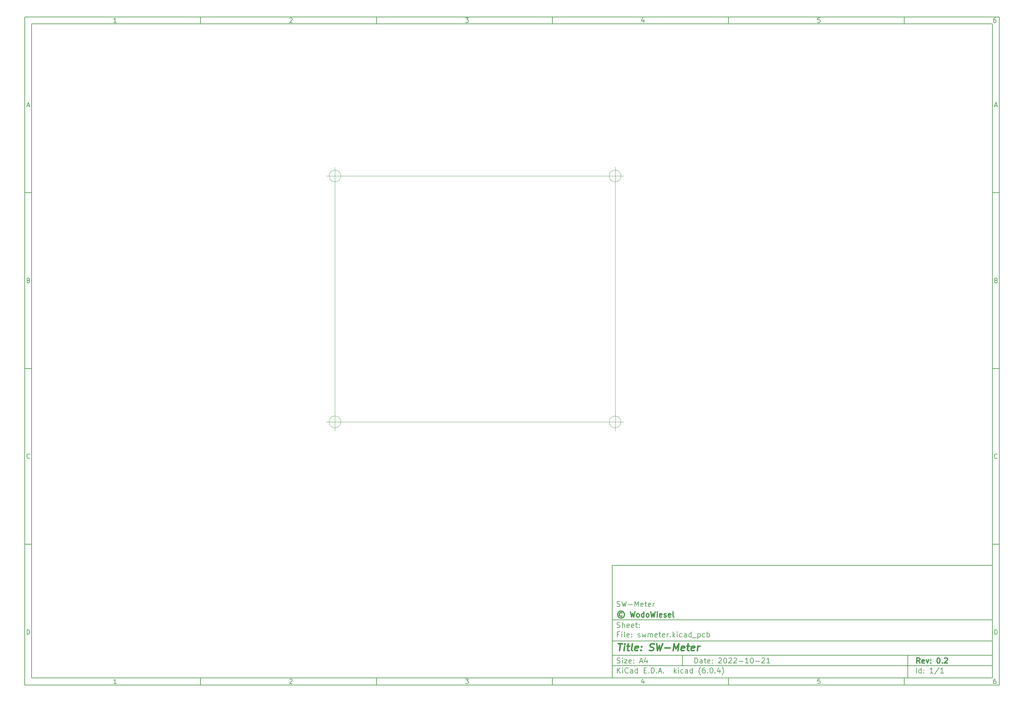
<source format=gbr>
%TF.GenerationSoftware,KiCad,Pcbnew,(6.0.4)*%
%TF.CreationDate,2022-11-07T20:32:36+01:00*%
%TF.ProjectId,swmeter,73776d65-7465-4722-9e6b-696361645f70,0.2*%
%TF.SameCoordinates,PX5d9f490PY775a330*%
%TF.FileFunction,Profile,NP*%
%FSLAX46Y46*%
G04 Gerber Fmt 4.6, Leading zero omitted, Abs format (unit mm)*
G04 Created by KiCad (PCBNEW (6.0.4)) date 2022-11-07 20:32:36*
%MOMM*%
%LPD*%
G01*
G04 APERTURE LIST*
%ADD10C,0.100000*%
%ADD11C,0.150000*%
%ADD12C,0.300000*%
%ADD13C,0.400000*%
%TA.AperFunction,Profile*%
%ADD14C,0.100000*%
%TD*%
G04 APERTURE END LIST*
D10*
D11*
X78832200Y-40857200D02*
X78832200Y-72857200D01*
X186832200Y-72857200D01*
X186832200Y-40857200D01*
X78832200Y-40857200D01*
D10*
D11*
X-88170000Y115150000D02*
X-88170000Y-74857200D01*
X188832200Y-74857200D01*
X188832200Y115150000D01*
X-88170000Y115150000D01*
D10*
D11*
X-86170000Y113150000D02*
X-86170000Y-72857200D01*
X186832200Y-72857200D01*
X186832200Y113150000D01*
X-86170000Y113150000D01*
D10*
D11*
X-38170000Y113150000D02*
X-38170000Y115150000D01*
D10*
D11*
X11830000Y113150000D02*
X11830000Y115150000D01*
D10*
D11*
X61830000Y113150000D02*
X61830000Y115150000D01*
D10*
D11*
X111830000Y113150000D02*
X111830000Y115150000D01*
D10*
D11*
X161830000Y113150000D02*
X161830000Y115150000D01*
D10*
D11*
X-62104524Y113561905D02*
X-62847381Y113561905D01*
X-62475953Y113561905D02*
X-62475953Y114861905D01*
X-62599762Y114676191D01*
X-62723572Y114552381D01*
X-62847381Y114490477D01*
D10*
D11*
X-12847381Y114738096D02*
X-12785477Y114800000D01*
X-12661667Y114861905D01*
X-12352143Y114861905D01*
X-12228334Y114800000D01*
X-12166429Y114738096D01*
X-12104524Y114614286D01*
X-12104524Y114490477D01*
X-12166429Y114304762D01*
X-12909286Y113561905D01*
X-12104524Y113561905D01*
D10*
D11*
X37090714Y114861905D02*
X37895476Y114861905D01*
X37462142Y114366667D01*
X37647857Y114366667D01*
X37771666Y114304762D01*
X37833571Y114242858D01*
X37895476Y114119048D01*
X37895476Y113809524D01*
X37833571Y113685715D01*
X37771666Y113623810D01*
X37647857Y113561905D01*
X37276428Y113561905D01*
X37152619Y113623810D01*
X37090714Y113685715D01*
D10*
D11*
X87771666Y114428572D02*
X87771666Y113561905D01*
X87462142Y114923810D02*
X87152619Y113995239D01*
X87957380Y113995239D01*
D10*
D11*
X137833571Y114861905D02*
X137214523Y114861905D01*
X137152619Y114242858D01*
X137214523Y114304762D01*
X137338333Y114366667D01*
X137647857Y114366667D01*
X137771666Y114304762D01*
X137833571Y114242858D01*
X137895476Y114119048D01*
X137895476Y113809524D01*
X137833571Y113685715D01*
X137771666Y113623810D01*
X137647857Y113561905D01*
X137338333Y113561905D01*
X137214523Y113623810D01*
X137152619Y113685715D01*
D10*
D11*
X187771666Y114861905D02*
X187524047Y114861905D01*
X187400238Y114800000D01*
X187338333Y114738096D01*
X187214523Y114552381D01*
X187152619Y114304762D01*
X187152619Y113809524D01*
X187214523Y113685715D01*
X187276428Y113623810D01*
X187400238Y113561905D01*
X187647857Y113561905D01*
X187771666Y113623810D01*
X187833571Y113685715D01*
X187895476Y113809524D01*
X187895476Y114119048D01*
X187833571Y114242858D01*
X187771666Y114304762D01*
X187647857Y114366667D01*
X187400238Y114366667D01*
X187276428Y114304762D01*
X187214523Y114242858D01*
X187152619Y114119048D01*
D10*
D11*
X-38170000Y-72857200D02*
X-38170000Y-74857200D01*
D10*
D11*
X11830000Y-72857200D02*
X11830000Y-74857200D01*
D10*
D11*
X61830000Y-72857200D02*
X61830000Y-74857200D01*
D10*
D11*
X111830000Y-72857200D02*
X111830000Y-74857200D01*
D10*
D11*
X161830000Y-72857200D02*
X161830000Y-74857200D01*
D10*
D11*
X-62104524Y-74445295D02*
X-62847381Y-74445295D01*
X-62475953Y-74445295D02*
X-62475953Y-73145295D01*
X-62599762Y-73331009D01*
X-62723572Y-73454819D01*
X-62847381Y-73516723D01*
D10*
D11*
X-12847381Y-73269104D02*
X-12785477Y-73207200D01*
X-12661667Y-73145295D01*
X-12352143Y-73145295D01*
X-12228334Y-73207200D01*
X-12166429Y-73269104D01*
X-12104524Y-73392914D01*
X-12104524Y-73516723D01*
X-12166429Y-73702438D01*
X-12909286Y-74445295D01*
X-12104524Y-74445295D01*
D10*
D11*
X37090714Y-73145295D02*
X37895476Y-73145295D01*
X37462142Y-73640533D01*
X37647857Y-73640533D01*
X37771666Y-73702438D01*
X37833571Y-73764342D01*
X37895476Y-73888152D01*
X37895476Y-74197676D01*
X37833571Y-74321485D01*
X37771666Y-74383390D01*
X37647857Y-74445295D01*
X37276428Y-74445295D01*
X37152619Y-74383390D01*
X37090714Y-74321485D01*
D10*
D11*
X87771666Y-73578628D02*
X87771666Y-74445295D01*
X87462142Y-73083390D02*
X87152619Y-74011961D01*
X87957380Y-74011961D01*
D10*
D11*
X137833571Y-73145295D02*
X137214523Y-73145295D01*
X137152619Y-73764342D01*
X137214523Y-73702438D01*
X137338333Y-73640533D01*
X137647857Y-73640533D01*
X137771666Y-73702438D01*
X137833571Y-73764342D01*
X137895476Y-73888152D01*
X137895476Y-74197676D01*
X137833571Y-74321485D01*
X137771666Y-74383390D01*
X137647857Y-74445295D01*
X137338333Y-74445295D01*
X137214523Y-74383390D01*
X137152619Y-74321485D01*
D10*
D11*
X187771666Y-73145295D02*
X187524047Y-73145295D01*
X187400238Y-73207200D01*
X187338333Y-73269104D01*
X187214523Y-73454819D01*
X187152619Y-73702438D01*
X187152619Y-74197676D01*
X187214523Y-74321485D01*
X187276428Y-74383390D01*
X187400238Y-74445295D01*
X187647857Y-74445295D01*
X187771666Y-74383390D01*
X187833571Y-74321485D01*
X187895476Y-74197676D01*
X187895476Y-73888152D01*
X187833571Y-73764342D01*
X187771666Y-73702438D01*
X187647857Y-73640533D01*
X187400238Y-73640533D01*
X187276428Y-73702438D01*
X187214523Y-73764342D01*
X187152619Y-73888152D01*
D10*
D11*
X-88170000Y65150000D02*
X-86170000Y65150000D01*
D10*
D11*
X-88170000Y15150000D02*
X-86170000Y15150000D01*
D10*
D11*
X-88170000Y-34850000D02*
X-86170000Y-34850000D01*
D10*
D11*
X-87479524Y89933334D02*
X-86860477Y89933334D01*
X-87603334Y89561905D02*
X-87170000Y90861905D01*
X-86736667Y89561905D01*
D10*
D11*
X-87077143Y40242858D02*
X-86891429Y40180953D01*
X-86829524Y40119048D01*
X-86767620Y39995239D01*
X-86767620Y39809524D01*
X-86829524Y39685715D01*
X-86891429Y39623810D01*
X-87015239Y39561905D01*
X-87510477Y39561905D01*
X-87510477Y40861905D01*
X-87077143Y40861905D01*
X-86953334Y40800000D01*
X-86891429Y40738096D01*
X-86829524Y40614286D01*
X-86829524Y40490477D01*
X-86891429Y40366667D01*
X-86953334Y40304762D01*
X-87077143Y40242858D01*
X-87510477Y40242858D01*
D10*
D11*
X-86767620Y-10314285D02*
X-86829524Y-10376190D01*
X-87015239Y-10438095D01*
X-87139048Y-10438095D01*
X-87324762Y-10376190D01*
X-87448572Y-10252380D01*
X-87510477Y-10128571D01*
X-87572381Y-9880952D01*
X-87572381Y-9695238D01*
X-87510477Y-9447619D01*
X-87448572Y-9323809D01*
X-87324762Y-9200000D01*
X-87139048Y-9138095D01*
X-87015239Y-9138095D01*
X-86829524Y-9200000D01*
X-86767620Y-9261904D01*
D10*
D11*
X-87510477Y-60438095D02*
X-87510477Y-59138095D01*
X-87200953Y-59138095D01*
X-87015239Y-59200000D01*
X-86891429Y-59323809D01*
X-86829524Y-59447619D01*
X-86767620Y-59695238D01*
X-86767620Y-59880952D01*
X-86829524Y-60128571D01*
X-86891429Y-60252380D01*
X-87015239Y-60376190D01*
X-87200953Y-60438095D01*
X-87510477Y-60438095D01*
D10*
D11*
X188832200Y65150000D02*
X186832200Y65150000D01*
D10*
D11*
X188832200Y15150000D02*
X186832200Y15150000D01*
D10*
D11*
X188832200Y-34850000D02*
X186832200Y-34850000D01*
D10*
D11*
X187522676Y89933334D02*
X188141723Y89933334D01*
X187398866Y89561905D02*
X187832200Y90861905D01*
X188265533Y89561905D01*
D10*
D11*
X187925057Y40242858D02*
X188110771Y40180953D01*
X188172676Y40119048D01*
X188234580Y39995239D01*
X188234580Y39809524D01*
X188172676Y39685715D01*
X188110771Y39623810D01*
X187986961Y39561905D01*
X187491723Y39561905D01*
X187491723Y40861905D01*
X187925057Y40861905D01*
X188048866Y40800000D01*
X188110771Y40738096D01*
X188172676Y40614286D01*
X188172676Y40490477D01*
X188110771Y40366667D01*
X188048866Y40304762D01*
X187925057Y40242858D01*
X187491723Y40242858D01*
D10*
D11*
X188234580Y-10314285D02*
X188172676Y-10376190D01*
X187986961Y-10438095D01*
X187863152Y-10438095D01*
X187677438Y-10376190D01*
X187553628Y-10252380D01*
X187491723Y-10128571D01*
X187429819Y-9880952D01*
X187429819Y-9695238D01*
X187491723Y-9447619D01*
X187553628Y-9323809D01*
X187677438Y-9200000D01*
X187863152Y-9138095D01*
X187986961Y-9138095D01*
X188172676Y-9200000D01*
X188234580Y-9261904D01*
D10*
D11*
X187491723Y-60438095D02*
X187491723Y-59138095D01*
X187801247Y-59138095D01*
X187986961Y-59200000D01*
X188110771Y-59323809D01*
X188172676Y-59447619D01*
X188234580Y-59695238D01*
X188234580Y-59880952D01*
X188172676Y-60128571D01*
X188110771Y-60252380D01*
X187986961Y-60376190D01*
X187801247Y-60438095D01*
X187491723Y-60438095D01*
D10*
D11*
X102264342Y-68635771D02*
X102264342Y-67135771D01*
X102621485Y-67135771D01*
X102835771Y-67207200D01*
X102978628Y-67350057D01*
X103050057Y-67492914D01*
X103121485Y-67778628D01*
X103121485Y-67992914D01*
X103050057Y-68278628D01*
X102978628Y-68421485D01*
X102835771Y-68564342D01*
X102621485Y-68635771D01*
X102264342Y-68635771D01*
X104407200Y-68635771D02*
X104407200Y-67850057D01*
X104335771Y-67707200D01*
X104192914Y-67635771D01*
X103907200Y-67635771D01*
X103764342Y-67707200D01*
X104407200Y-68564342D02*
X104264342Y-68635771D01*
X103907200Y-68635771D01*
X103764342Y-68564342D01*
X103692914Y-68421485D01*
X103692914Y-68278628D01*
X103764342Y-68135771D01*
X103907200Y-68064342D01*
X104264342Y-68064342D01*
X104407200Y-67992914D01*
X104907200Y-67635771D02*
X105478628Y-67635771D01*
X105121485Y-67135771D02*
X105121485Y-68421485D01*
X105192914Y-68564342D01*
X105335771Y-68635771D01*
X105478628Y-68635771D01*
X106550057Y-68564342D02*
X106407200Y-68635771D01*
X106121485Y-68635771D01*
X105978628Y-68564342D01*
X105907200Y-68421485D01*
X105907200Y-67850057D01*
X105978628Y-67707200D01*
X106121485Y-67635771D01*
X106407200Y-67635771D01*
X106550057Y-67707200D01*
X106621485Y-67850057D01*
X106621485Y-67992914D01*
X105907200Y-68135771D01*
X107264342Y-68492914D02*
X107335771Y-68564342D01*
X107264342Y-68635771D01*
X107192914Y-68564342D01*
X107264342Y-68492914D01*
X107264342Y-68635771D01*
X107264342Y-67707200D02*
X107335771Y-67778628D01*
X107264342Y-67850057D01*
X107192914Y-67778628D01*
X107264342Y-67707200D01*
X107264342Y-67850057D01*
X109050057Y-67278628D02*
X109121485Y-67207200D01*
X109264342Y-67135771D01*
X109621485Y-67135771D01*
X109764342Y-67207200D01*
X109835771Y-67278628D01*
X109907200Y-67421485D01*
X109907200Y-67564342D01*
X109835771Y-67778628D01*
X108978628Y-68635771D01*
X109907200Y-68635771D01*
X110835771Y-67135771D02*
X110978628Y-67135771D01*
X111121485Y-67207200D01*
X111192914Y-67278628D01*
X111264342Y-67421485D01*
X111335771Y-67707200D01*
X111335771Y-68064342D01*
X111264342Y-68350057D01*
X111192914Y-68492914D01*
X111121485Y-68564342D01*
X110978628Y-68635771D01*
X110835771Y-68635771D01*
X110692914Y-68564342D01*
X110621485Y-68492914D01*
X110550057Y-68350057D01*
X110478628Y-68064342D01*
X110478628Y-67707200D01*
X110550057Y-67421485D01*
X110621485Y-67278628D01*
X110692914Y-67207200D01*
X110835771Y-67135771D01*
X111907200Y-67278628D02*
X111978628Y-67207200D01*
X112121485Y-67135771D01*
X112478628Y-67135771D01*
X112621485Y-67207200D01*
X112692914Y-67278628D01*
X112764342Y-67421485D01*
X112764342Y-67564342D01*
X112692914Y-67778628D01*
X111835771Y-68635771D01*
X112764342Y-68635771D01*
X113335771Y-67278628D02*
X113407200Y-67207200D01*
X113550057Y-67135771D01*
X113907200Y-67135771D01*
X114050057Y-67207200D01*
X114121485Y-67278628D01*
X114192914Y-67421485D01*
X114192914Y-67564342D01*
X114121485Y-67778628D01*
X113264342Y-68635771D01*
X114192914Y-68635771D01*
X114835771Y-68064342D02*
X115978628Y-68064342D01*
X117478628Y-68635771D02*
X116621485Y-68635771D01*
X117050057Y-68635771D02*
X117050057Y-67135771D01*
X116907200Y-67350057D01*
X116764342Y-67492914D01*
X116621485Y-67564342D01*
X118407200Y-67135771D02*
X118550057Y-67135771D01*
X118692914Y-67207200D01*
X118764342Y-67278628D01*
X118835771Y-67421485D01*
X118907200Y-67707200D01*
X118907200Y-68064342D01*
X118835771Y-68350057D01*
X118764342Y-68492914D01*
X118692914Y-68564342D01*
X118550057Y-68635771D01*
X118407200Y-68635771D01*
X118264342Y-68564342D01*
X118192914Y-68492914D01*
X118121485Y-68350057D01*
X118050057Y-68064342D01*
X118050057Y-67707200D01*
X118121485Y-67421485D01*
X118192914Y-67278628D01*
X118264342Y-67207200D01*
X118407200Y-67135771D01*
X119550057Y-68064342D02*
X120692914Y-68064342D01*
X121335771Y-67278628D02*
X121407200Y-67207200D01*
X121550057Y-67135771D01*
X121907200Y-67135771D01*
X122050057Y-67207200D01*
X122121485Y-67278628D01*
X122192914Y-67421485D01*
X122192914Y-67564342D01*
X122121485Y-67778628D01*
X121264342Y-68635771D01*
X122192914Y-68635771D01*
X123621485Y-68635771D02*
X122764342Y-68635771D01*
X123192914Y-68635771D02*
X123192914Y-67135771D01*
X123050057Y-67350057D01*
X122907200Y-67492914D01*
X122764342Y-67564342D01*
D10*
D11*
X78832200Y-69357200D02*
X186832200Y-69357200D01*
D10*
D11*
X80264342Y-71435771D02*
X80264342Y-69935771D01*
X81121485Y-71435771D02*
X80478628Y-70578628D01*
X81121485Y-69935771D02*
X80264342Y-70792914D01*
X81764342Y-71435771D02*
X81764342Y-70435771D01*
X81764342Y-69935771D02*
X81692914Y-70007200D01*
X81764342Y-70078628D01*
X81835771Y-70007200D01*
X81764342Y-69935771D01*
X81764342Y-70078628D01*
X83335771Y-71292914D02*
X83264342Y-71364342D01*
X83050057Y-71435771D01*
X82907200Y-71435771D01*
X82692914Y-71364342D01*
X82550057Y-71221485D01*
X82478628Y-71078628D01*
X82407200Y-70792914D01*
X82407200Y-70578628D01*
X82478628Y-70292914D01*
X82550057Y-70150057D01*
X82692914Y-70007200D01*
X82907200Y-69935771D01*
X83050057Y-69935771D01*
X83264342Y-70007200D01*
X83335771Y-70078628D01*
X84621485Y-71435771D02*
X84621485Y-70650057D01*
X84550057Y-70507200D01*
X84407200Y-70435771D01*
X84121485Y-70435771D01*
X83978628Y-70507200D01*
X84621485Y-71364342D02*
X84478628Y-71435771D01*
X84121485Y-71435771D01*
X83978628Y-71364342D01*
X83907200Y-71221485D01*
X83907200Y-71078628D01*
X83978628Y-70935771D01*
X84121485Y-70864342D01*
X84478628Y-70864342D01*
X84621485Y-70792914D01*
X85978628Y-71435771D02*
X85978628Y-69935771D01*
X85978628Y-71364342D02*
X85835771Y-71435771D01*
X85550057Y-71435771D01*
X85407200Y-71364342D01*
X85335771Y-71292914D01*
X85264342Y-71150057D01*
X85264342Y-70721485D01*
X85335771Y-70578628D01*
X85407200Y-70507200D01*
X85550057Y-70435771D01*
X85835771Y-70435771D01*
X85978628Y-70507200D01*
X87835771Y-70650057D02*
X88335771Y-70650057D01*
X88550057Y-71435771D02*
X87835771Y-71435771D01*
X87835771Y-69935771D01*
X88550057Y-69935771D01*
X89192914Y-71292914D02*
X89264342Y-71364342D01*
X89192914Y-71435771D01*
X89121485Y-71364342D01*
X89192914Y-71292914D01*
X89192914Y-71435771D01*
X89907200Y-71435771D02*
X89907200Y-69935771D01*
X90264342Y-69935771D01*
X90478628Y-70007200D01*
X90621485Y-70150057D01*
X90692914Y-70292914D01*
X90764342Y-70578628D01*
X90764342Y-70792914D01*
X90692914Y-71078628D01*
X90621485Y-71221485D01*
X90478628Y-71364342D01*
X90264342Y-71435771D01*
X89907200Y-71435771D01*
X91407200Y-71292914D02*
X91478628Y-71364342D01*
X91407200Y-71435771D01*
X91335771Y-71364342D01*
X91407200Y-71292914D01*
X91407200Y-71435771D01*
X92050057Y-71007200D02*
X92764342Y-71007200D01*
X91907200Y-71435771D02*
X92407200Y-69935771D01*
X92907200Y-71435771D01*
X93407200Y-71292914D02*
X93478628Y-71364342D01*
X93407200Y-71435771D01*
X93335771Y-71364342D01*
X93407200Y-71292914D01*
X93407200Y-71435771D01*
X96407200Y-71435771D02*
X96407200Y-69935771D01*
X96550057Y-70864342D02*
X96978628Y-71435771D01*
X96978628Y-70435771D02*
X96407200Y-71007200D01*
X97621485Y-71435771D02*
X97621485Y-70435771D01*
X97621485Y-69935771D02*
X97550057Y-70007200D01*
X97621485Y-70078628D01*
X97692914Y-70007200D01*
X97621485Y-69935771D01*
X97621485Y-70078628D01*
X98978628Y-71364342D02*
X98835771Y-71435771D01*
X98550057Y-71435771D01*
X98407200Y-71364342D01*
X98335771Y-71292914D01*
X98264342Y-71150057D01*
X98264342Y-70721485D01*
X98335771Y-70578628D01*
X98407200Y-70507200D01*
X98550057Y-70435771D01*
X98835771Y-70435771D01*
X98978628Y-70507200D01*
X100264342Y-71435771D02*
X100264342Y-70650057D01*
X100192914Y-70507200D01*
X100050057Y-70435771D01*
X99764342Y-70435771D01*
X99621485Y-70507200D01*
X100264342Y-71364342D02*
X100121485Y-71435771D01*
X99764342Y-71435771D01*
X99621485Y-71364342D01*
X99550057Y-71221485D01*
X99550057Y-71078628D01*
X99621485Y-70935771D01*
X99764342Y-70864342D01*
X100121485Y-70864342D01*
X100264342Y-70792914D01*
X101621485Y-71435771D02*
X101621485Y-69935771D01*
X101621485Y-71364342D02*
X101478628Y-71435771D01*
X101192914Y-71435771D01*
X101050057Y-71364342D01*
X100978628Y-71292914D01*
X100907200Y-71150057D01*
X100907200Y-70721485D01*
X100978628Y-70578628D01*
X101050057Y-70507200D01*
X101192914Y-70435771D01*
X101478628Y-70435771D01*
X101621485Y-70507200D01*
X103907200Y-72007200D02*
X103835771Y-71935771D01*
X103692914Y-71721485D01*
X103621485Y-71578628D01*
X103550057Y-71364342D01*
X103478628Y-71007200D01*
X103478628Y-70721485D01*
X103550057Y-70364342D01*
X103621485Y-70150057D01*
X103692914Y-70007200D01*
X103835771Y-69792914D01*
X103907200Y-69721485D01*
X105121485Y-69935771D02*
X104835771Y-69935771D01*
X104692914Y-70007200D01*
X104621485Y-70078628D01*
X104478628Y-70292914D01*
X104407200Y-70578628D01*
X104407200Y-71150057D01*
X104478628Y-71292914D01*
X104550057Y-71364342D01*
X104692914Y-71435771D01*
X104978628Y-71435771D01*
X105121485Y-71364342D01*
X105192914Y-71292914D01*
X105264342Y-71150057D01*
X105264342Y-70792914D01*
X105192914Y-70650057D01*
X105121485Y-70578628D01*
X104978628Y-70507200D01*
X104692914Y-70507200D01*
X104550057Y-70578628D01*
X104478628Y-70650057D01*
X104407200Y-70792914D01*
X105907200Y-71292914D02*
X105978628Y-71364342D01*
X105907200Y-71435771D01*
X105835771Y-71364342D01*
X105907200Y-71292914D01*
X105907200Y-71435771D01*
X106907200Y-69935771D02*
X107050057Y-69935771D01*
X107192914Y-70007200D01*
X107264342Y-70078628D01*
X107335771Y-70221485D01*
X107407200Y-70507200D01*
X107407200Y-70864342D01*
X107335771Y-71150057D01*
X107264342Y-71292914D01*
X107192914Y-71364342D01*
X107050057Y-71435771D01*
X106907200Y-71435771D01*
X106764342Y-71364342D01*
X106692914Y-71292914D01*
X106621485Y-71150057D01*
X106550057Y-70864342D01*
X106550057Y-70507200D01*
X106621485Y-70221485D01*
X106692914Y-70078628D01*
X106764342Y-70007200D01*
X106907200Y-69935771D01*
X108050057Y-71292914D02*
X108121485Y-71364342D01*
X108050057Y-71435771D01*
X107978628Y-71364342D01*
X108050057Y-71292914D01*
X108050057Y-71435771D01*
X109407200Y-70435771D02*
X109407200Y-71435771D01*
X109050057Y-69864342D02*
X108692914Y-70935771D01*
X109621485Y-70935771D01*
X110050057Y-72007200D02*
X110121485Y-71935771D01*
X110264342Y-71721485D01*
X110335771Y-71578628D01*
X110407200Y-71364342D01*
X110478628Y-71007200D01*
X110478628Y-70721485D01*
X110407200Y-70364342D01*
X110335771Y-70150057D01*
X110264342Y-70007200D01*
X110121485Y-69792914D01*
X110050057Y-69721485D01*
D10*
D11*
X78832200Y-66357200D02*
X186832200Y-66357200D01*
D10*
D12*
X166241485Y-68635771D02*
X165741485Y-67921485D01*
X165384342Y-68635771D02*
X165384342Y-67135771D01*
X165955771Y-67135771D01*
X166098628Y-67207200D01*
X166170057Y-67278628D01*
X166241485Y-67421485D01*
X166241485Y-67635771D01*
X166170057Y-67778628D01*
X166098628Y-67850057D01*
X165955771Y-67921485D01*
X165384342Y-67921485D01*
X167455771Y-68564342D02*
X167312914Y-68635771D01*
X167027200Y-68635771D01*
X166884342Y-68564342D01*
X166812914Y-68421485D01*
X166812914Y-67850057D01*
X166884342Y-67707200D01*
X167027200Y-67635771D01*
X167312914Y-67635771D01*
X167455771Y-67707200D01*
X167527200Y-67850057D01*
X167527200Y-67992914D01*
X166812914Y-68135771D01*
X168027200Y-67635771D02*
X168384342Y-68635771D01*
X168741485Y-67635771D01*
X169312914Y-68492914D02*
X169384342Y-68564342D01*
X169312914Y-68635771D01*
X169241485Y-68564342D01*
X169312914Y-68492914D01*
X169312914Y-68635771D01*
X169312914Y-67707200D02*
X169384342Y-67778628D01*
X169312914Y-67850057D01*
X169241485Y-67778628D01*
X169312914Y-67707200D01*
X169312914Y-67850057D01*
X171455771Y-67135771D02*
X171598628Y-67135771D01*
X171741485Y-67207200D01*
X171812914Y-67278628D01*
X171884342Y-67421485D01*
X171955771Y-67707200D01*
X171955771Y-68064342D01*
X171884342Y-68350057D01*
X171812914Y-68492914D01*
X171741485Y-68564342D01*
X171598628Y-68635771D01*
X171455771Y-68635771D01*
X171312914Y-68564342D01*
X171241485Y-68492914D01*
X171170057Y-68350057D01*
X171098628Y-68064342D01*
X171098628Y-67707200D01*
X171170057Y-67421485D01*
X171241485Y-67278628D01*
X171312914Y-67207200D01*
X171455771Y-67135771D01*
X172598628Y-68492914D02*
X172670057Y-68564342D01*
X172598628Y-68635771D01*
X172527200Y-68564342D01*
X172598628Y-68492914D01*
X172598628Y-68635771D01*
X173241485Y-67278628D02*
X173312914Y-67207200D01*
X173455771Y-67135771D01*
X173812914Y-67135771D01*
X173955771Y-67207200D01*
X174027200Y-67278628D01*
X174098628Y-67421485D01*
X174098628Y-67564342D01*
X174027200Y-67778628D01*
X173170057Y-68635771D01*
X174098628Y-68635771D01*
D10*
D11*
X80192914Y-68564342D02*
X80407200Y-68635771D01*
X80764342Y-68635771D01*
X80907200Y-68564342D01*
X80978628Y-68492914D01*
X81050057Y-68350057D01*
X81050057Y-68207200D01*
X80978628Y-68064342D01*
X80907200Y-67992914D01*
X80764342Y-67921485D01*
X80478628Y-67850057D01*
X80335771Y-67778628D01*
X80264342Y-67707200D01*
X80192914Y-67564342D01*
X80192914Y-67421485D01*
X80264342Y-67278628D01*
X80335771Y-67207200D01*
X80478628Y-67135771D01*
X80835771Y-67135771D01*
X81050057Y-67207200D01*
X81692914Y-68635771D02*
X81692914Y-67635771D01*
X81692914Y-67135771D02*
X81621485Y-67207200D01*
X81692914Y-67278628D01*
X81764342Y-67207200D01*
X81692914Y-67135771D01*
X81692914Y-67278628D01*
X82264342Y-67635771D02*
X83050057Y-67635771D01*
X82264342Y-68635771D01*
X83050057Y-68635771D01*
X84192914Y-68564342D02*
X84050057Y-68635771D01*
X83764342Y-68635771D01*
X83621485Y-68564342D01*
X83550057Y-68421485D01*
X83550057Y-67850057D01*
X83621485Y-67707200D01*
X83764342Y-67635771D01*
X84050057Y-67635771D01*
X84192914Y-67707200D01*
X84264342Y-67850057D01*
X84264342Y-67992914D01*
X83550057Y-68135771D01*
X84907200Y-68492914D02*
X84978628Y-68564342D01*
X84907200Y-68635771D01*
X84835771Y-68564342D01*
X84907200Y-68492914D01*
X84907200Y-68635771D01*
X84907200Y-67707200D02*
X84978628Y-67778628D01*
X84907200Y-67850057D01*
X84835771Y-67778628D01*
X84907200Y-67707200D01*
X84907200Y-67850057D01*
X86692914Y-68207200D02*
X87407200Y-68207200D01*
X86550057Y-68635771D02*
X87050057Y-67135771D01*
X87550057Y-68635771D01*
X88692914Y-67635771D02*
X88692914Y-68635771D01*
X88335771Y-67064342D02*
X87978628Y-68135771D01*
X88907200Y-68135771D01*
D10*
D11*
X165264342Y-71435771D02*
X165264342Y-69935771D01*
X166621485Y-71435771D02*
X166621485Y-69935771D01*
X166621485Y-71364342D02*
X166478628Y-71435771D01*
X166192914Y-71435771D01*
X166050057Y-71364342D01*
X165978628Y-71292914D01*
X165907200Y-71150057D01*
X165907200Y-70721485D01*
X165978628Y-70578628D01*
X166050057Y-70507200D01*
X166192914Y-70435771D01*
X166478628Y-70435771D01*
X166621485Y-70507200D01*
X167335771Y-71292914D02*
X167407200Y-71364342D01*
X167335771Y-71435771D01*
X167264342Y-71364342D01*
X167335771Y-71292914D01*
X167335771Y-71435771D01*
X167335771Y-70507200D02*
X167407200Y-70578628D01*
X167335771Y-70650057D01*
X167264342Y-70578628D01*
X167335771Y-70507200D01*
X167335771Y-70650057D01*
X169978628Y-71435771D02*
X169121485Y-71435771D01*
X169550057Y-71435771D02*
X169550057Y-69935771D01*
X169407200Y-70150057D01*
X169264342Y-70292914D01*
X169121485Y-70364342D01*
X171692914Y-69864342D02*
X170407200Y-71792914D01*
X172978628Y-71435771D02*
X172121485Y-71435771D01*
X172550057Y-71435771D02*
X172550057Y-69935771D01*
X172407200Y-70150057D01*
X172264342Y-70292914D01*
X172121485Y-70364342D01*
D10*
D11*
X78832200Y-62357200D02*
X186832200Y-62357200D01*
D10*
D13*
X80544580Y-63061961D02*
X81687438Y-63061961D01*
X80866009Y-65061961D02*
X81116009Y-63061961D01*
X82104104Y-65061961D02*
X82270771Y-63728628D01*
X82354104Y-63061961D02*
X82246961Y-63157200D01*
X82330295Y-63252438D01*
X82437438Y-63157200D01*
X82354104Y-63061961D01*
X82330295Y-63252438D01*
X82937438Y-63728628D02*
X83699342Y-63728628D01*
X83306485Y-63061961D02*
X83092200Y-64776247D01*
X83163628Y-64966723D01*
X83342200Y-65061961D01*
X83532676Y-65061961D01*
X84485057Y-65061961D02*
X84306485Y-64966723D01*
X84235057Y-64776247D01*
X84449342Y-63061961D01*
X86020771Y-64966723D02*
X85818390Y-65061961D01*
X85437438Y-65061961D01*
X85258866Y-64966723D01*
X85187438Y-64776247D01*
X85282676Y-64014342D01*
X85401723Y-63823866D01*
X85604104Y-63728628D01*
X85985057Y-63728628D01*
X86163628Y-63823866D01*
X86235057Y-64014342D01*
X86211247Y-64204819D01*
X85235057Y-64395295D01*
X86985057Y-64871485D02*
X87068390Y-64966723D01*
X86961247Y-65061961D01*
X86877914Y-64966723D01*
X86985057Y-64871485D01*
X86961247Y-65061961D01*
X87116009Y-63823866D02*
X87199342Y-63919104D01*
X87092200Y-64014342D01*
X87008866Y-63919104D01*
X87116009Y-63823866D01*
X87092200Y-64014342D01*
X89354104Y-64966723D02*
X89627914Y-65061961D01*
X90104104Y-65061961D01*
X90306485Y-64966723D01*
X90413628Y-64871485D01*
X90532676Y-64681009D01*
X90556485Y-64490533D01*
X90485057Y-64300057D01*
X90401723Y-64204819D01*
X90223152Y-64109580D01*
X89854104Y-64014342D01*
X89675533Y-63919104D01*
X89592200Y-63823866D01*
X89520771Y-63633390D01*
X89544580Y-63442914D01*
X89663628Y-63252438D01*
X89770771Y-63157200D01*
X89973152Y-63061961D01*
X90449342Y-63061961D01*
X90723152Y-63157200D01*
X91401723Y-63061961D02*
X91627914Y-65061961D01*
X92187438Y-63633390D01*
X92389819Y-65061961D01*
X93116009Y-63061961D01*
X93723152Y-64300057D02*
X95246961Y-64300057D01*
X96104104Y-65061961D02*
X96354104Y-63061961D01*
X96842200Y-64490533D01*
X97687438Y-63061961D01*
X97437438Y-65061961D01*
X99163628Y-64966723D02*
X98961247Y-65061961D01*
X98580295Y-65061961D01*
X98401723Y-64966723D01*
X98330295Y-64776247D01*
X98425533Y-64014342D01*
X98544580Y-63823866D01*
X98746961Y-63728628D01*
X99127914Y-63728628D01*
X99306485Y-63823866D01*
X99377914Y-64014342D01*
X99354104Y-64204819D01*
X98377914Y-64395295D01*
X99985057Y-63728628D02*
X100746961Y-63728628D01*
X100354104Y-63061961D02*
X100139819Y-64776247D01*
X100211247Y-64966723D01*
X100389819Y-65061961D01*
X100580295Y-65061961D01*
X102020771Y-64966723D02*
X101818390Y-65061961D01*
X101437438Y-65061961D01*
X101258866Y-64966723D01*
X101187438Y-64776247D01*
X101282676Y-64014342D01*
X101401723Y-63823866D01*
X101604104Y-63728628D01*
X101985057Y-63728628D01*
X102163628Y-63823866D01*
X102235057Y-64014342D01*
X102211247Y-64204819D01*
X101235057Y-64395295D01*
X102961247Y-65061961D02*
X103127914Y-63728628D01*
X103080295Y-64109580D02*
X103199342Y-63919104D01*
X103306485Y-63823866D01*
X103508866Y-63728628D01*
X103699342Y-63728628D01*
D10*
D11*
X80764342Y-60450057D02*
X80264342Y-60450057D01*
X80264342Y-61235771D02*
X80264342Y-59735771D01*
X80978628Y-59735771D01*
X81550057Y-61235771D02*
X81550057Y-60235771D01*
X81550057Y-59735771D02*
X81478628Y-59807200D01*
X81550057Y-59878628D01*
X81621485Y-59807200D01*
X81550057Y-59735771D01*
X81550057Y-59878628D01*
X82478628Y-61235771D02*
X82335771Y-61164342D01*
X82264342Y-61021485D01*
X82264342Y-59735771D01*
X83621485Y-61164342D02*
X83478628Y-61235771D01*
X83192914Y-61235771D01*
X83050057Y-61164342D01*
X82978628Y-61021485D01*
X82978628Y-60450057D01*
X83050057Y-60307200D01*
X83192914Y-60235771D01*
X83478628Y-60235771D01*
X83621485Y-60307200D01*
X83692914Y-60450057D01*
X83692914Y-60592914D01*
X82978628Y-60735771D01*
X84335771Y-61092914D02*
X84407200Y-61164342D01*
X84335771Y-61235771D01*
X84264342Y-61164342D01*
X84335771Y-61092914D01*
X84335771Y-61235771D01*
X84335771Y-60307200D02*
X84407200Y-60378628D01*
X84335771Y-60450057D01*
X84264342Y-60378628D01*
X84335771Y-60307200D01*
X84335771Y-60450057D01*
X86121485Y-61164342D02*
X86264342Y-61235771D01*
X86550057Y-61235771D01*
X86692914Y-61164342D01*
X86764342Y-61021485D01*
X86764342Y-60950057D01*
X86692914Y-60807200D01*
X86550057Y-60735771D01*
X86335771Y-60735771D01*
X86192914Y-60664342D01*
X86121485Y-60521485D01*
X86121485Y-60450057D01*
X86192914Y-60307200D01*
X86335771Y-60235771D01*
X86550057Y-60235771D01*
X86692914Y-60307200D01*
X87264342Y-60235771D02*
X87550057Y-61235771D01*
X87835771Y-60521485D01*
X88121485Y-61235771D01*
X88407200Y-60235771D01*
X88978628Y-61235771D02*
X88978628Y-60235771D01*
X88978628Y-60378628D02*
X89050057Y-60307200D01*
X89192914Y-60235771D01*
X89407200Y-60235771D01*
X89550057Y-60307200D01*
X89621485Y-60450057D01*
X89621485Y-61235771D01*
X89621485Y-60450057D02*
X89692914Y-60307200D01*
X89835771Y-60235771D01*
X90050057Y-60235771D01*
X90192914Y-60307200D01*
X90264342Y-60450057D01*
X90264342Y-61235771D01*
X91550057Y-61164342D02*
X91407200Y-61235771D01*
X91121485Y-61235771D01*
X90978628Y-61164342D01*
X90907200Y-61021485D01*
X90907200Y-60450057D01*
X90978628Y-60307200D01*
X91121485Y-60235771D01*
X91407200Y-60235771D01*
X91550057Y-60307200D01*
X91621485Y-60450057D01*
X91621485Y-60592914D01*
X90907200Y-60735771D01*
X92050057Y-60235771D02*
X92621485Y-60235771D01*
X92264342Y-59735771D02*
X92264342Y-61021485D01*
X92335771Y-61164342D01*
X92478628Y-61235771D01*
X92621485Y-61235771D01*
X93692914Y-61164342D02*
X93550057Y-61235771D01*
X93264342Y-61235771D01*
X93121485Y-61164342D01*
X93050057Y-61021485D01*
X93050057Y-60450057D01*
X93121485Y-60307200D01*
X93264342Y-60235771D01*
X93550057Y-60235771D01*
X93692914Y-60307200D01*
X93764342Y-60450057D01*
X93764342Y-60592914D01*
X93050057Y-60735771D01*
X94407200Y-61235771D02*
X94407200Y-60235771D01*
X94407200Y-60521485D02*
X94478628Y-60378628D01*
X94550057Y-60307200D01*
X94692914Y-60235771D01*
X94835771Y-60235771D01*
X95335771Y-61092914D02*
X95407200Y-61164342D01*
X95335771Y-61235771D01*
X95264342Y-61164342D01*
X95335771Y-61092914D01*
X95335771Y-61235771D01*
X96050057Y-61235771D02*
X96050057Y-59735771D01*
X96192914Y-60664342D02*
X96621485Y-61235771D01*
X96621485Y-60235771D02*
X96050057Y-60807200D01*
X97264342Y-61235771D02*
X97264342Y-60235771D01*
X97264342Y-59735771D02*
X97192914Y-59807200D01*
X97264342Y-59878628D01*
X97335771Y-59807200D01*
X97264342Y-59735771D01*
X97264342Y-59878628D01*
X98621485Y-61164342D02*
X98478628Y-61235771D01*
X98192914Y-61235771D01*
X98050057Y-61164342D01*
X97978628Y-61092914D01*
X97907200Y-60950057D01*
X97907200Y-60521485D01*
X97978628Y-60378628D01*
X98050057Y-60307200D01*
X98192914Y-60235771D01*
X98478628Y-60235771D01*
X98621485Y-60307200D01*
X99907200Y-61235771D02*
X99907200Y-60450057D01*
X99835771Y-60307200D01*
X99692914Y-60235771D01*
X99407200Y-60235771D01*
X99264342Y-60307200D01*
X99907200Y-61164342D02*
X99764342Y-61235771D01*
X99407200Y-61235771D01*
X99264342Y-61164342D01*
X99192914Y-61021485D01*
X99192914Y-60878628D01*
X99264342Y-60735771D01*
X99407200Y-60664342D01*
X99764342Y-60664342D01*
X99907200Y-60592914D01*
X101264342Y-61235771D02*
X101264342Y-59735771D01*
X101264342Y-61164342D02*
X101121485Y-61235771D01*
X100835771Y-61235771D01*
X100692914Y-61164342D01*
X100621485Y-61092914D01*
X100550057Y-60950057D01*
X100550057Y-60521485D01*
X100621485Y-60378628D01*
X100692914Y-60307200D01*
X100835771Y-60235771D01*
X101121485Y-60235771D01*
X101264342Y-60307200D01*
X101621485Y-61378628D02*
X102764342Y-61378628D01*
X103121485Y-60235771D02*
X103121485Y-61735771D01*
X103121485Y-60307200D02*
X103264342Y-60235771D01*
X103550057Y-60235771D01*
X103692914Y-60307200D01*
X103764342Y-60378628D01*
X103835771Y-60521485D01*
X103835771Y-60950057D01*
X103764342Y-61092914D01*
X103692914Y-61164342D01*
X103550057Y-61235771D01*
X103264342Y-61235771D01*
X103121485Y-61164342D01*
X105121485Y-61164342D02*
X104978628Y-61235771D01*
X104692914Y-61235771D01*
X104550057Y-61164342D01*
X104478628Y-61092914D01*
X104407200Y-60950057D01*
X104407200Y-60521485D01*
X104478628Y-60378628D01*
X104550057Y-60307200D01*
X104692914Y-60235771D01*
X104978628Y-60235771D01*
X105121485Y-60307200D01*
X105764342Y-61235771D02*
X105764342Y-59735771D01*
X105764342Y-60307200D02*
X105907200Y-60235771D01*
X106192914Y-60235771D01*
X106335771Y-60307200D01*
X106407200Y-60378628D01*
X106478628Y-60521485D01*
X106478628Y-60950057D01*
X106407200Y-61092914D01*
X106335771Y-61164342D01*
X106192914Y-61235771D01*
X105907200Y-61235771D01*
X105764342Y-61164342D01*
D10*
D11*
X78832200Y-56357200D02*
X186832200Y-56357200D01*
D10*
D11*
X80192914Y-58464342D02*
X80407200Y-58535771D01*
X80764342Y-58535771D01*
X80907200Y-58464342D01*
X80978628Y-58392914D01*
X81050057Y-58250057D01*
X81050057Y-58107200D01*
X80978628Y-57964342D01*
X80907200Y-57892914D01*
X80764342Y-57821485D01*
X80478628Y-57750057D01*
X80335771Y-57678628D01*
X80264342Y-57607200D01*
X80192914Y-57464342D01*
X80192914Y-57321485D01*
X80264342Y-57178628D01*
X80335771Y-57107200D01*
X80478628Y-57035771D01*
X80835771Y-57035771D01*
X81050057Y-57107200D01*
X81692914Y-58535771D02*
X81692914Y-57035771D01*
X82335771Y-58535771D02*
X82335771Y-57750057D01*
X82264342Y-57607200D01*
X82121485Y-57535771D01*
X81907200Y-57535771D01*
X81764342Y-57607200D01*
X81692914Y-57678628D01*
X83621485Y-58464342D02*
X83478628Y-58535771D01*
X83192914Y-58535771D01*
X83050057Y-58464342D01*
X82978628Y-58321485D01*
X82978628Y-57750057D01*
X83050057Y-57607200D01*
X83192914Y-57535771D01*
X83478628Y-57535771D01*
X83621485Y-57607200D01*
X83692914Y-57750057D01*
X83692914Y-57892914D01*
X82978628Y-58035771D01*
X84907200Y-58464342D02*
X84764342Y-58535771D01*
X84478628Y-58535771D01*
X84335771Y-58464342D01*
X84264342Y-58321485D01*
X84264342Y-57750057D01*
X84335771Y-57607200D01*
X84478628Y-57535771D01*
X84764342Y-57535771D01*
X84907200Y-57607200D01*
X84978628Y-57750057D01*
X84978628Y-57892914D01*
X84264342Y-58035771D01*
X85407200Y-57535771D02*
X85978628Y-57535771D01*
X85621485Y-57035771D02*
X85621485Y-58321485D01*
X85692914Y-58464342D01*
X85835771Y-58535771D01*
X85978628Y-58535771D01*
X86478628Y-58392914D02*
X86550057Y-58464342D01*
X86478628Y-58535771D01*
X86407200Y-58464342D01*
X86478628Y-58392914D01*
X86478628Y-58535771D01*
X86478628Y-57607200D02*
X86550057Y-57678628D01*
X86478628Y-57750057D01*
X86407200Y-57678628D01*
X86478628Y-57607200D01*
X86478628Y-57750057D01*
D10*
D12*
X81598628Y-54392914D02*
X81455771Y-54321485D01*
X81170057Y-54321485D01*
X81027200Y-54392914D01*
X80884342Y-54535771D01*
X80812914Y-54678628D01*
X80812914Y-54964342D01*
X80884342Y-55107200D01*
X81027200Y-55250057D01*
X81170057Y-55321485D01*
X81455771Y-55321485D01*
X81598628Y-55250057D01*
X81312914Y-53821485D02*
X80955771Y-53892914D01*
X80598628Y-54107200D01*
X80384342Y-54464342D01*
X80312914Y-54821485D01*
X80384342Y-55178628D01*
X80598628Y-55535771D01*
X80955771Y-55750057D01*
X81312914Y-55821485D01*
X81670057Y-55750057D01*
X82027200Y-55535771D01*
X82241485Y-55178628D01*
X82312914Y-54821485D01*
X82241485Y-54464342D01*
X82027200Y-54107200D01*
X81670057Y-53892914D01*
X81312914Y-53821485D01*
X83955771Y-54035771D02*
X84312914Y-55535771D01*
X84598628Y-54464342D01*
X84884342Y-55535771D01*
X85241485Y-54035771D01*
X86027200Y-55535771D02*
X85884342Y-55464342D01*
X85812914Y-55392914D01*
X85741485Y-55250057D01*
X85741485Y-54821485D01*
X85812914Y-54678628D01*
X85884342Y-54607200D01*
X86027200Y-54535771D01*
X86241485Y-54535771D01*
X86384342Y-54607200D01*
X86455771Y-54678628D01*
X86527200Y-54821485D01*
X86527200Y-55250057D01*
X86455771Y-55392914D01*
X86384342Y-55464342D01*
X86241485Y-55535771D01*
X86027200Y-55535771D01*
X87812914Y-55535771D02*
X87812914Y-54035771D01*
X87812914Y-55464342D02*
X87670057Y-55535771D01*
X87384342Y-55535771D01*
X87241485Y-55464342D01*
X87170057Y-55392914D01*
X87098628Y-55250057D01*
X87098628Y-54821485D01*
X87170057Y-54678628D01*
X87241485Y-54607200D01*
X87384342Y-54535771D01*
X87670057Y-54535771D01*
X87812914Y-54607200D01*
X88741485Y-55535771D02*
X88598628Y-55464342D01*
X88527200Y-55392914D01*
X88455771Y-55250057D01*
X88455771Y-54821485D01*
X88527200Y-54678628D01*
X88598628Y-54607200D01*
X88741485Y-54535771D01*
X88955771Y-54535771D01*
X89098628Y-54607200D01*
X89170057Y-54678628D01*
X89241485Y-54821485D01*
X89241485Y-55250057D01*
X89170057Y-55392914D01*
X89098628Y-55464342D01*
X88955771Y-55535771D01*
X88741485Y-55535771D01*
X89741485Y-54035771D02*
X90098628Y-55535771D01*
X90384342Y-54464342D01*
X90670057Y-55535771D01*
X91027200Y-54035771D01*
X91598628Y-55535771D02*
X91598628Y-54535771D01*
X91598628Y-54035771D02*
X91527200Y-54107200D01*
X91598628Y-54178628D01*
X91670057Y-54107200D01*
X91598628Y-54035771D01*
X91598628Y-54178628D01*
X92884342Y-55464342D02*
X92741485Y-55535771D01*
X92455771Y-55535771D01*
X92312914Y-55464342D01*
X92241485Y-55321485D01*
X92241485Y-54750057D01*
X92312914Y-54607200D01*
X92455771Y-54535771D01*
X92741485Y-54535771D01*
X92884342Y-54607200D01*
X92955771Y-54750057D01*
X92955771Y-54892914D01*
X92241485Y-55035771D01*
X93527200Y-55464342D02*
X93670057Y-55535771D01*
X93955771Y-55535771D01*
X94098628Y-55464342D01*
X94170057Y-55321485D01*
X94170057Y-55250057D01*
X94098628Y-55107200D01*
X93955771Y-55035771D01*
X93741485Y-55035771D01*
X93598628Y-54964342D01*
X93527200Y-54821485D01*
X93527200Y-54750057D01*
X93598628Y-54607200D01*
X93741485Y-54535771D01*
X93955771Y-54535771D01*
X94098628Y-54607200D01*
X95384342Y-55464342D02*
X95241485Y-55535771D01*
X94955771Y-55535771D01*
X94812914Y-55464342D01*
X94741485Y-55321485D01*
X94741485Y-54750057D01*
X94812914Y-54607200D01*
X94955771Y-54535771D01*
X95241485Y-54535771D01*
X95384342Y-54607200D01*
X95455771Y-54750057D01*
X95455771Y-54892914D01*
X94741485Y-55035771D01*
X96312914Y-55535771D02*
X96170057Y-55464342D01*
X96098628Y-55321485D01*
X96098628Y-54035771D01*
D10*
D11*
X80192914Y-52464342D02*
X80407200Y-52535771D01*
X80764342Y-52535771D01*
X80907200Y-52464342D01*
X80978628Y-52392914D01*
X81050057Y-52250057D01*
X81050057Y-52107200D01*
X80978628Y-51964342D01*
X80907200Y-51892914D01*
X80764342Y-51821485D01*
X80478628Y-51750057D01*
X80335771Y-51678628D01*
X80264342Y-51607200D01*
X80192914Y-51464342D01*
X80192914Y-51321485D01*
X80264342Y-51178628D01*
X80335771Y-51107200D01*
X80478628Y-51035771D01*
X80835771Y-51035771D01*
X81050057Y-51107200D01*
X81550057Y-51035771D02*
X81907200Y-52535771D01*
X82192914Y-51464342D01*
X82478628Y-52535771D01*
X82835771Y-51035771D01*
X83407200Y-51964342D02*
X84550057Y-51964342D01*
X85264342Y-52535771D02*
X85264342Y-51035771D01*
X85764342Y-52107200D01*
X86264342Y-51035771D01*
X86264342Y-52535771D01*
X87550057Y-52464342D02*
X87407200Y-52535771D01*
X87121485Y-52535771D01*
X86978628Y-52464342D01*
X86907200Y-52321485D01*
X86907200Y-51750057D01*
X86978628Y-51607200D01*
X87121485Y-51535771D01*
X87407200Y-51535771D01*
X87550057Y-51607200D01*
X87621485Y-51750057D01*
X87621485Y-51892914D01*
X86907200Y-52035771D01*
X88050057Y-51535771D02*
X88621485Y-51535771D01*
X88264342Y-51035771D02*
X88264342Y-52321485D01*
X88335771Y-52464342D01*
X88478628Y-52535771D01*
X88621485Y-52535771D01*
X89692914Y-52464342D02*
X89550057Y-52535771D01*
X89264342Y-52535771D01*
X89121485Y-52464342D01*
X89050057Y-52321485D01*
X89050057Y-51750057D01*
X89121485Y-51607200D01*
X89264342Y-51535771D01*
X89550057Y-51535771D01*
X89692914Y-51607200D01*
X89764342Y-51750057D01*
X89764342Y-51892914D01*
X89050057Y-52035771D01*
X90407200Y-52535771D02*
X90407200Y-51535771D01*
X90407200Y-51821485D02*
X90478628Y-51678628D01*
X90550057Y-51607200D01*
X90692914Y-51535771D01*
X90835771Y-51535771D01*
D10*
D11*
D10*
D11*
D10*
D11*
D10*
D11*
X98832200Y-66357200D02*
X98832200Y-69357200D01*
D10*
D11*
X162832200Y-66357200D02*
X162832200Y-72857200D01*
D14*
X79620000Y69915000D02*
X-15000Y69915000D01*
X-15000Y69915000D02*
X-15000Y-35000D01*
X-15000Y-35000D02*
X79620000Y-35000D01*
X79620000Y-35000D02*
X79620000Y69915000D01*
X81286666Y-35000D02*
G75*
G03*
X81286666Y-35000I-1666666J0D01*
G01*
X77120000Y-35000D02*
X82120000Y-35000D01*
X79620000Y2465000D02*
X79620000Y-2535000D01*
X1666666Y-20000D02*
G75*
G03*
X1666666Y-20000I-1666666J0D01*
G01*
X-2500000Y-20000D02*
X2500000Y-20000D01*
X0Y2480000D02*
X0Y-2520000D01*
X1696666Y69910000D02*
G75*
G03*
X1696666Y69910000I-1666666J0D01*
G01*
X-2470000Y69910000D02*
X2530000Y69910000D01*
X30000Y72410000D02*
X30000Y67410000D01*
X81306666Y69930000D02*
G75*
G03*
X81306666Y69930000I-1666666J0D01*
G01*
X77140000Y69930000D02*
X82140000Y69930000D01*
X79640000Y72430000D02*
X79640000Y67430000D01*
M02*

</source>
